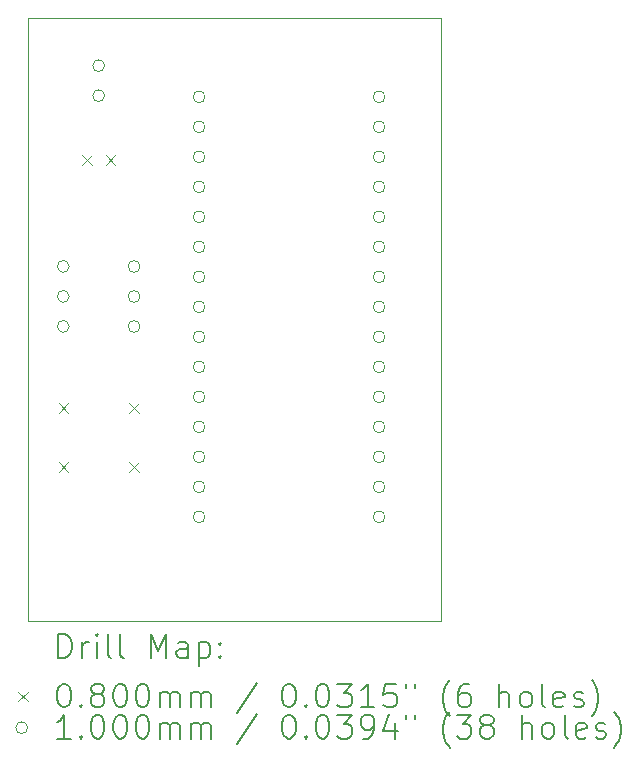
<source format=gbr>
%TF.GenerationSoftware,KiCad,Pcbnew,8.0.4*%
%TF.CreationDate,2024-10-22T19:26:34-07:00*%
%TF.ProjectId,Valve,56616c76-652e-46b6-9963-61645f706362,rev?*%
%TF.SameCoordinates,Original*%
%TF.FileFunction,Drillmap*%
%TF.FilePolarity,Positive*%
%FSLAX45Y45*%
G04 Gerber Fmt 4.5, Leading zero omitted, Abs format (unit mm)*
G04 Created by KiCad (PCBNEW 8.0.4) date 2024-10-22 19:26:34*
%MOMM*%
%LPD*%
G01*
G04 APERTURE LIST*
%ADD10C,0.038100*%
%ADD11C,0.200000*%
%ADD12C,0.100000*%
G04 APERTURE END LIST*
D10*
X12600000Y-7500000D02*
X16100000Y-7500000D01*
X12600000Y-12600000D02*
X12600000Y-7500000D01*
X16100000Y-12600000D02*
X12600000Y-12600000D01*
X16100000Y-7500000D02*
X16100000Y-12600000D01*
D11*
D12*
X12860000Y-10760000D02*
X12940000Y-10840000D01*
X12940000Y-10760000D02*
X12860000Y-10840000D01*
X12860000Y-11260000D02*
X12940000Y-11340000D01*
X12940000Y-11260000D02*
X12860000Y-11340000D01*
X13060000Y-8660000D02*
X13140000Y-8740000D01*
X13140000Y-8660000D02*
X13060000Y-8740000D01*
X13260000Y-8660000D02*
X13340000Y-8740000D01*
X13340000Y-8660000D02*
X13260000Y-8740000D01*
X13460000Y-10760000D02*
X13540000Y-10840000D01*
X13540000Y-10760000D02*
X13460000Y-10840000D01*
X13460000Y-11260000D02*
X13540000Y-11340000D01*
X13540000Y-11260000D02*
X13460000Y-11340000D01*
X12950000Y-9600000D02*
G75*
G02*
X12850000Y-9600000I-50000J0D01*
G01*
X12850000Y-9600000D02*
G75*
G02*
X12950000Y-9600000I50000J0D01*
G01*
X12950000Y-9854000D02*
G75*
G02*
X12850000Y-9854000I-50000J0D01*
G01*
X12850000Y-9854000D02*
G75*
G02*
X12950000Y-9854000I50000J0D01*
G01*
X12950000Y-10108000D02*
G75*
G02*
X12850000Y-10108000I-50000J0D01*
G01*
X12850000Y-10108000D02*
G75*
G02*
X12950000Y-10108000I50000J0D01*
G01*
X13250000Y-7900000D02*
G75*
G02*
X13150000Y-7900000I-50000J0D01*
G01*
X13150000Y-7900000D02*
G75*
G02*
X13250000Y-7900000I50000J0D01*
G01*
X13250000Y-8154000D02*
G75*
G02*
X13150000Y-8154000I-50000J0D01*
G01*
X13150000Y-8154000D02*
G75*
G02*
X13250000Y-8154000I50000J0D01*
G01*
X13550000Y-9600000D02*
G75*
G02*
X13450000Y-9600000I-50000J0D01*
G01*
X13450000Y-9600000D02*
G75*
G02*
X13550000Y-9600000I50000J0D01*
G01*
X13550000Y-9854000D02*
G75*
G02*
X13450000Y-9854000I-50000J0D01*
G01*
X13450000Y-9854000D02*
G75*
G02*
X13550000Y-9854000I50000J0D01*
G01*
X13550000Y-10108000D02*
G75*
G02*
X13450000Y-10108000I-50000J0D01*
G01*
X13450000Y-10108000D02*
G75*
G02*
X13550000Y-10108000I50000J0D01*
G01*
X14100000Y-8164000D02*
G75*
G02*
X14000000Y-8164000I-50000J0D01*
G01*
X14000000Y-8164000D02*
G75*
G02*
X14100000Y-8164000I50000J0D01*
G01*
X14100000Y-8418000D02*
G75*
G02*
X14000000Y-8418000I-50000J0D01*
G01*
X14000000Y-8418000D02*
G75*
G02*
X14100000Y-8418000I50000J0D01*
G01*
X14100000Y-8672000D02*
G75*
G02*
X14000000Y-8672000I-50000J0D01*
G01*
X14000000Y-8672000D02*
G75*
G02*
X14100000Y-8672000I50000J0D01*
G01*
X14100000Y-8926000D02*
G75*
G02*
X14000000Y-8926000I-50000J0D01*
G01*
X14000000Y-8926000D02*
G75*
G02*
X14100000Y-8926000I50000J0D01*
G01*
X14100000Y-9180000D02*
G75*
G02*
X14000000Y-9180000I-50000J0D01*
G01*
X14000000Y-9180000D02*
G75*
G02*
X14100000Y-9180000I50000J0D01*
G01*
X14100000Y-9434000D02*
G75*
G02*
X14000000Y-9434000I-50000J0D01*
G01*
X14000000Y-9434000D02*
G75*
G02*
X14100000Y-9434000I50000J0D01*
G01*
X14100000Y-9688000D02*
G75*
G02*
X14000000Y-9688000I-50000J0D01*
G01*
X14000000Y-9688000D02*
G75*
G02*
X14100000Y-9688000I50000J0D01*
G01*
X14100000Y-9942000D02*
G75*
G02*
X14000000Y-9942000I-50000J0D01*
G01*
X14000000Y-9942000D02*
G75*
G02*
X14100000Y-9942000I50000J0D01*
G01*
X14100000Y-10196000D02*
G75*
G02*
X14000000Y-10196000I-50000J0D01*
G01*
X14000000Y-10196000D02*
G75*
G02*
X14100000Y-10196000I50000J0D01*
G01*
X14100000Y-10450000D02*
G75*
G02*
X14000000Y-10450000I-50000J0D01*
G01*
X14000000Y-10450000D02*
G75*
G02*
X14100000Y-10450000I50000J0D01*
G01*
X14100000Y-10704000D02*
G75*
G02*
X14000000Y-10704000I-50000J0D01*
G01*
X14000000Y-10704000D02*
G75*
G02*
X14100000Y-10704000I50000J0D01*
G01*
X14100000Y-10958000D02*
G75*
G02*
X14000000Y-10958000I-50000J0D01*
G01*
X14000000Y-10958000D02*
G75*
G02*
X14100000Y-10958000I50000J0D01*
G01*
X14100000Y-11212000D02*
G75*
G02*
X14000000Y-11212000I-50000J0D01*
G01*
X14000000Y-11212000D02*
G75*
G02*
X14100000Y-11212000I50000J0D01*
G01*
X14100000Y-11466000D02*
G75*
G02*
X14000000Y-11466000I-50000J0D01*
G01*
X14000000Y-11466000D02*
G75*
G02*
X14100000Y-11466000I50000J0D01*
G01*
X14100000Y-11720000D02*
G75*
G02*
X14000000Y-11720000I-50000J0D01*
G01*
X14000000Y-11720000D02*
G75*
G02*
X14100000Y-11720000I50000J0D01*
G01*
X15624000Y-8164000D02*
G75*
G02*
X15524000Y-8164000I-50000J0D01*
G01*
X15524000Y-8164000D02*
G75*
G02*
X15624000Y-8164000I50000J0D01*
G01*
X15624000Y-8418000D02*
G75*
G02*
X15524000Y-8418000I-50000J0D01*
G01*
X15524000Y-8418000D02*
G75*
G02*
X15624000Y-8418000I50000J0D01*
G01*
X15624000Y-8672000D02*
G75*
G02*
X15524000Y-8672000I-50000J0D01*
G01*
X15524000Y-8672000D02*
G75*
G02*
X15624000Y-8672000I50000J0D01*
G01*
X15624000Y-8926000D02*
G75*
G02*
X15524000Y-8926000I-50000J0D01*
G01*
X15524000Y-8926000D02*
G75*
G02*
X15624000Y-8926000I50000J0D01*
G01*
X15624000Y-9180000D02*
G75*
G02*
X15524000Y-9180000I-50000J0D01*
G01*
X15524000Y-9180000D02*
G75*
G02*
X15624000Y-9180000I50000J0D01*
G01*
X15624000Y-9434000D02*
G75*
G02*
X15524000Y-9434000I-50000J0D01*
G01*
X15524000Y-9434000D02*
G75*
G02*
X15624000Y-9434000I50000J0D01*
G01*
X15624000Y-9688000D02*
G75*
G02*
X15524000Y-9688000I-50000J0D01*
G01*
X15524000Y-9688000D02*
G75*
G02*
X15624000Y-9688000I50000J0D01*
G01*
X15624000Y-9942000D02*
G75*
G02*
X15524000Y-9942000I-50000J0D01*
G01*
X15524000Y-9942000D02*
G75*
G02*
X15624000Y-9942000I50000J0D01*
G01*
X15624000Y-10196000D02*
G75*
G02*
X15524000Y-10196000I-50000J0D01*
G01*
X15524000Y-10196000D02*
G75*
G02*
X15624000Y-10196000I50000J0D01*
G01*
X15624000Y-10450000D02*
G75*
G02*
X15524000Y-10450000I-50000J0D01*
G01*
X15524000Y-10450000D02*
G75*
G02*
X15624000Y-10450000I50000J0D01*
G01*
X15624000Y-10704000D02*
G75*
G02*
X15524000Y-10704000I-50000J0D01*
G01*
X15524000Y-10704000D02*
G75*
G02*
X15624000Y-10704000I50000J0D01*
G01*
X15624000Y-10958000D02*
G75*
G02*
X15524000Y-10958000I-50000J0D01*
G01*
X15524000Y-10958000D02*
G75*
G02*
X15624000Y-10958000I50000J0D01*
G01*
X15624000Y-11212000D02*
G75*
G02*
X15524000Y-11212000I-50000J0D01*
G01*
X15524000Y-11212000D02*
G75*
G02*
X15624000Y-11212000I50000J0D01*
G01*
X15624000Y-11466000D02*
G75*
G02*
X15524000Y-11466000I-50000J0D01*
G01*
X15524000Y-11466000D02*
G75*
G02*
X15624000Y-11466000I50000J0D01*
G01*
X15624000Y-11720000D02*
G75*
G02*
X15524000Y-11720000I-50000J0D01*
G01*
X15524000Y-11720000D02*
G75*
G02*
X15624000Y-11720000I50000J0D01*
G01*
D11*
X12858872Y-12913389D02*
X12858872Y-12713389D01*
X12858872Y-12713389D02*
X12906491Y-12713389D01*
X12906491Y-12713389D02*
X12935062Y-12722913D01*
X12935062Y-12722913D02*
X12954110Y-12741960D01*
X12954110Y-12741960D02*
X12963634Y-12761008D01*
X12963634Y-12761008D02*
X12973157Y-12799103D01*
X12973157Y-12799103D02*
X12973157Y-12827674D01*
X12973157Y-12827674D02*
X12963634Y-12865770D01*
X12963634Y-12865770D02*
X12954110Y-12884817D01*
X12954110Y-12884817D02*
X12935062Y-12903865D01*
X12935062Y-12903865D02*
X12906491Y-12913389D01*
X12906491Y-12913389D02*
X12858872Y-12913389D01*
X13058872Y-12913389D02*
X13058872Y-12780055D01*
X13058872Y-12818151D02*
X13068396Y-12799103D01*
X13068396Y-12799103D02*
X13077919Y-12789579D01*
X13077919Y-12789579D02*
X13096967Y-12780055D01*
X13096967Y-12780055D02*
X13116015Y-12780055D01*
X13182681Y-12913389D02*
X13182681Y-12780055D01*
X13182681Y-12713389D02*
X13173157Y-12722913D01*
X13173157Y-12722913D02*
X13182681Y-12732436D01*
X13182681Y-12732436D02*
X13192205Y-12722913D01*
X13192205Y-12722913D02*
X13182681Y-12713389D01*
X13182681Y-12713389D02*
X13182681Y-12732436D01*
X13306491Y-12913389D02*
X13287443Y-12903865D01*
X13287443Y-12903865D02*
X13277919Y-12884817D01*
X13277919Y-12884817D02*
X13277919Y-12713389D01*
X13411253Y-12913389D02*
X13392205Y-12903865D01*
X13392205Y-12903865D02*
X13382681Y-12884817D01*
X13382681Y-12884817D02*
X13382681Y-12713389D01*
X13639824Y-12913389D02*
X13639824Y-12713389D01*
X13639824Y-12713389D02*
X13706491Y-12856246D01*
X13706491Y-12856246D02*
X13773157Y-12713389D01*
X13773157Y-12713389D02*
X13773157Y-12913389D01*
X13954110Y-12913389D02*
X13954110Y-12808627D01*
X13954110Y-12808627D02*
X13944586Y-12789579D01*
X13944586Y-12789579D02*
X13925538Y-12780055D01*
X13925538Y-12780055D02*
X13887443Y-12780055D01*
X13887443Y-12780055D02*
X13868396Y-12789579D01*
X13954110Y-12903865D02*
X13935062Y-12913389D01*
X13935062Y-12913389D02*
X13887443Y-12913389D01*
X13887443Y-12913389D02*
X13868396Y-12903865D01*
X13868396Y-12903865D02*
X13858872Y-12884817D01*
X13858872Y-12884817D02*
X13858872Y-12865770D01*
X13858872Y-12865770D02*
X13868396Y-12846722D01*
X13868396Y-12846722D02*
X13887443Y-12837198D01*
X13887443Y-12837198D02*
X13935062Y-12837198D01*
X13935062Y-12837198D02*
X13954110Y-12827674D01*
X14049348Y-12780055D02*
X14049348Y-12980055D01*
X14049348Y-12789579D02*
X14068396Y-12780055D01*
X14068396Y-12780055D02*
X14106491Y-12780055D01*
X14106491Y-12780055D02*
X14125538Y-12789579D01*
X14125538Y-12789579D02*
X14135062Y-12799103D01*
X14135062Y-12799103D02*
X14144586Y-12818151D01*
X14144586Y-12818151D02*
X14144586Y-12875293D01*
X14144586Y-12875293D02*
X14135062Y-12894341D01*
X14135062Y-12894341D02*
X14125538Y-12903865D01*
X14125538Y-12903865D02*
X14106491Y-12913389D01*
X14106491Y-12913389D02*
X14068396Y-12913389D01*
X14068396Y-12913389D02*
X14049348Y-12903865D01*
X14230300Y-12894341D02*
X14239824Y-12903865D01*
X14239824Y-12903865D02*
X14230300Y-12913389D01*
X14230300Y-12913389D02*
X14220777Y-12903865D01*
X14220777Y-12903865D02*
X14230300Y-12894341D01*
X14230300Y-12894341D02*
X14230300Y-12913389D01*
X14230300Y-12789579D02*
X14239824Y-12799103D01*
X14239824Y-12799103D02*
X14230300Y-12808627D01*
X14230300Y-12808627D02*
X14220777Y-12799103D01*
X14220777Y-12799103D02*
X14230300Y-12789579D01*
X14230300Y-12789579D02*
X14230300Y-12808627D01*
D12*
X12518095Y-13201905D02*
X12598095Y-13281905D01*
X12598095Y-13201905D02*
X12518095Y-13281905D01*
D11*
X12896967Y-13133389D02*
X12916015Y-13133389D01*
X12916015Y-13133389D02*
X12935062Y-13142913D01*
X12935062Y-13142913D02*
X12944586Y-13152436D01*
X12944586Y-13152436D02*
X12954110Y-13171484D01*
X12954110Y-13171484D02*
X12963634Y-13209579D01*
X12963634Y-13209579D02*
X12963634Y-13257198D01*
X12963634Y-13257198D02*
X12954110Y-13295293D01*
X12954110Y-13295293D02*
X12944586Y-13314341D01*
X12944586Y-13314341D02*
X12935062Y-13323865D01*
X12935062Y-13323865D02*
X12916015Y-13333389D01*
X12916015Y-13333389D02*
X12896967Y-13333389D01*
X12896967Y-13333389D02*
X12877919Y-13323865D01*
X12877919Y-13323865D02*
X12868396Y-13314341D01*
X12868396Y-13314341D02*
X12858872Y-13295293D01*
X12858872Y-13295293D02*
X12849348Y-13257198D01*
X12849348Y-13257198D02*
X12849348Y-13209579D01*
X12849348Y-13209579D02*
X12858872Y-13171484D01*
X12858872Y-13171484D02*
X12868396Y-13152436D01*
X12868396Y-13152436D02*
X12877919Y-13142913D01*
X12877919Y-13142913D02*
X12896967Y-13133389D01*
X13049348Y-13314341D02*
X13058872Y-13323865D01*
X13058872Y-13323865D02*
X13049348Y-13333389D01*
X13049348Y-13333389D02*
X13039824Y-13323865D01*
X13039824Y-13323865D02*
X13049348Y-13314341D01*
X13049348Y-13314341D02*
X13049348Y-13333389D01*
X13173157Y-13219103D02*
X13154110Y-13209579D01*
X13154110Y-13209579D02*
X13144586Y-13200055D01*
X13144586Y-13200055D02*
X13135062Y-13181008D01*
X13135062Y-13181008D02*
X13135062Y-13171484D01*
X13135062Y-13171484D02*
X13144586Y-13152436D01*
X13144586Y-13152436D02*
X13154110Y-13142913D01*
X13154110Y-13142913D02*
X13173157Y-13133389D01*
X13173157Y-13133389D02*
X13211253Y-13133389D01*
X13211253Y-13133389D02*
X13230300Y-13142913D01*
X13230300Y-13142913D02*
X13239824Y-13152436D01*
X13239824Y-13152436D02*
X13249348Y-13171484D01*
X13249348Y-13171484D02*
X13249348Y-13181008D01*
X13249348Y-13181008D02*
X13239824Y-13200055D01*
X13239824Y-13200055D02*
X13230300Y-13209579D01*
X13230300Y-13209579D02*
X13211253Y-13219103D01*
X13211253Y-13219103D02*
X13173157Y-13219103D01*
X13173157Y-13219103D02*
X13154110Y-13228627D01*
X13154110Y-13228627D02*
X13144586Y-13238151D01*
X13144586Y-13238151D02*
X13135062Y-13257198D01*
X13135062Y-13257198D02*
X13135062Y-13295293D01*
X13135062Y-13295293D02*
X13144586Y-13314341D01*
X13144586Y-13314341D02*
X13154110Y-13323865D01*
X13154110Y-13323865D02*
X13173157Y-13333389D01*
X13173157Y-13333389D02*
X13211253Y-13333389D01*
X13211253Y-13333389D02*
X13230300Y-13323865D01*
X13230300Y-13323865D02*
X13239824Y-13314341D01*
X13239824Y-13314341D02*
X13249348Y-13295293D01*
X13249348Y-13295293D02*
X13249348Y-13257198D01*
X13249348Y-13257198D02*
X13239824Y-13238151D01*
X13239824Y-13238151D02*
X13230300Y-13228627D01*
X13230300Y-13228627D02*
X13211253Y-13219103D01*
X13373157Y-13133389D02*
X13392205Y-13133389D01*
X13392205Y-13133389D02*
X13411253Y-13142913D01*
X13411253Y-13142913D02*
X13420777Y-13152436D01*
X13420777Y-13152436D02*
X13430300Y-13171484D01*
X13430300Y-13171484D02*
X13439824Y-13209579D01*
X13439824Y-13209579D02*
X13439824Y-13257198D01*
X13439824Y-13257198D02*
X13430300Y-13295293D01*
X13430300Y-13295293D02*
X13420777Y-13314341D01*
X13420777Y-13314341D02*
X13411253Y-13323865D01*
X13411253Y-13323865D02*
X13392205Y-13333389D01*
X13392205Y-13333389D02*
X13373157Y-13333389D01*
X13373157Y-13333389D02*
X13354110Y-13323865D01*
X13354110Y-13323865D02*
X13344586Y-13314341D01*
X13344586Y-13314341D02*
X13335062Y-13295293D01*
X13335062Y-13295293D02*
X13325538Y-13257198D01*
X13325538Y-13257198D02*
X13325538Y-13209579D01*
X13325538Y-13209579D02*
X13335062Y-13171484D01*
X13335062Y-13171484D02*
X13344586Y-13152436D01*
X13344586Y-13152436D02*
X13354110Y-13142913D01*
X13354110Y-13142913D02*
X13373157Y-13133389D01*
X13563634Y-13133389D02*
X13582681Y-13133389D01*
X13582681Y-13133389D02*
X13601729Y-13142913D01*
X13601729Y-13142913D02*
X13611253Y-13152436D01*
X13611253Y-13152436D02*
X13620777Y-13171484D01*
X13620777Y-13171484D02*
X13630300Y-13209579D01*
X13630300Y-13209579D02*
X13630300Y-13257198D01*
X13630300Y-13257198D02*
X13620777Y-13295293D01*
X13620777Y-13295293D02*
X13611253Y-13314341D01*
X13611253Y-13314341D02*
X13601729Y-13323865D01*
X13601729Y-13323865D02*
X13582681Y-13333389D01*
X13582681Y-13333389D02*
X13563634Y-13333389D01*
X13563634Y-13333389D02*
X13544586Y-13323865D01*
X13544586Y-13323865D02*
X13535062Y-13314341D01*
X13535062Y-13314341D02*
X13525538Y-13295293D01*
X13525538Y-13295293D02*
X13516015Y-13257198D01*
X13516015Y-13257198D02*
X13516015Y-13209579D01*
X13516015Y-13209579D02*
X13525538Y-13171484D01*
X13525538Y-13171484D02*
X13535062Y-13152436D01*
X13535062Y-13152436D02*
X13544586Y-13142913D01*
X13544586Y-13142913D02*
X13563634Y-13133389D01*
X13716015Y-13333389D02*
X13716015Y-13200055D01*
X13716015Y-13219103D02*
X13725538Y-13209579D01*
X13725538Y-13209579D02*
X13744586Y-13200055D01*
X13744586Y-13200055D02*
X13773158Y-13200055D01*
X13773158Y-13200055D02*
X13792205Y-13209579D01*
X13792205Y-13209579D02*
X13801729Y-13228627D01*
X13801729Y-13228627D02*
X13801729Y-13333389D01*
X13801729Y-13228627D02*
X13811253Y-13209579D01*
X13811253Y-13209579D02*
X13830300Y-13200055D01*
X13830300Y-13200055D02*
X13858872Y-13200055D01*
X13858872Y-13200055D02*
X13877919Y-13209579D01*
X13877919Y-13209579D02*
X13887443Y-13228627D01*
X13887443Y-13228627D02*
X13887443Y-13333389D01*
X13982681Y-13333389D02*
X13982681Y-13200055D01*
X13982681Y-13219103D02*
X13992205Y-13209579D01*
X13992205Y-13209579D02*
X14011253Y-13200055D01*
X14011253Y-13200055D02*
X14039824Y-13200055D01*
X14039824Y-13200055D02*
X14058872Y-13209579D01*
X14058872Y-13209579D02*
X14068396Y-13228627D01*
X14068396Y-13228627D02*
X14068396Y-13333389D01*
X14068396Y-13228627D02*
X14077919Y-13209579D01*
X14077919Y-13209579D02*
X14096967Y-13200055D01*
X14096967Y-13200055D02*
X14125538Y-13200055D01*
X14125538Y-13200055D02*
X14144586Y-13209579D01*
X14144586Y-13209579D02*
X14154110Y-13228627D01*
X14154110Y-13228627D02*
X14154110Y-13333389D01*
X14544586Y-13123865D02*
X14373158Y-13381008D01*
X14801729Y-13133389D02*
X14820777Y-13133389D01*
X14820777Y-13133389D02*
X14839824Y-13142913D01*
X14839824Y-13142913D02*
X14849348Y-13152436D01*
X14849348Y-13152436D02*
X14858872Y-13171484D01*
X14858872Y-13171484D02*
X14868396Y-13209579D01*
X14868396Y-13209579D02*
X14868396Y-13257198D01*
X14868396Y-13257198D02*
X14858872Y-13295293D01*
X14858872Y-13295293D02*
X14849348Y-13314341D01*
X14849348Y-13314341D02*
X14839824Y-13323865D01*
X14839824Y-13323865D02*
X14820777Y-13333389D01*
X14820777Y-13333389D02*
X14801729Y-13333389D01*
X14801729Y-13333389D02*
X14782681Y-13323865D01*
X14782681Y-13323865D02*
X14773158Y-13314341D01*
X14773158Y-13314341D02*
X14763634Y-13295293D01*
X14763634Y-13295293D02*
X14754110Y-13257198D01*
X14754110Y-13257198D02*
X14754110Y-13209579D01*
X14754110Y-13209579D02*
X14763634Y-13171484D01*
X14763634Y-13171484D02*
X14773158Y-13152436D01*
X14773158Y-13152436D02*
X14782681Y-13142913D01*
X14782681Y-13142913D02*
X14801729Y-13133389D01*
X14954110Y-13314341D02*
X14963634Y-13323865D01*
X14963634Y-13323865D02*
X14954110Y-13333389D01*
X14954110Y-13333389D02*
X14944586Y-13323865D01*
X14944586Y-13323865D02*
X14954110Y-13314341D01*
X14954110Y-13314341D02*
X14954110Y-13333389D01*
X15087443Y-13133389D02*
X15106491Y-13133389D01*
X15106491Y-13133389D02*
X15125539Y-13142913D01*
X15125539Y-13142913D02*
X15135062Y-13152436D01*
X15135062Y-13152436D02*
X15144586Y-13171484D01*
X15144586Y-13171484D02*
X15154110Y-13209579D01*
X15154110Y-13209579D02*
X15154110Y-13257198D01*
X15154110Y-13257198D02*
X15144586Y-13295293D01*
X15144586Y-13295293D02*
X15135062Y-13314341D01*
X15135062Y-13314341D02*
X15125539Y-13323865D01*
X15125539Y-13323865D02*
X15106491Y-13333389D01*
X15106491Y-13333389D02*
X15087443Y-13333389D01*
X15087443Y-13333389D02*
X15068396Y-13323865D01*
X15068396Y-13323865D02*
X15058872Y-13314341D01*
X15058872Y-13314341D02*
X15049348Y-13295293D01*
X15049348Y-13295293D02*
X15039824Y-13257198D01*
X15039824Y-13257198D02*
X15039824Y-13209579D01*
X15039824Y-13209579D02*
X15049348Y-13171484D01*
X15049348Y-13171484D02*
X15058872Y-13152436D01*
X15058872Y-13152436D02*
X15068396Y-13142913D01*
X15068396Y-13142913D02*
X15087443Y-13133389D01*
X15220777Y-13133389D02*
X15344586Y-13133389D01*
X15344586Y-13133389D02*
X15277920Y-13209579D01*
X15277920Y-13209579D02*
X15306491Y-13209579D01*
X15306491Y-13209579D02*
X15325539Y-13219103D01*
X15325539Y-13219103D02*
X15335062Y-13228627D01*
X15335062Y-13228627D02*
X15344586Y-13247674D01*
X15344586Y-13247674D02*
X15344586Y-13295293D01*
X15344586Y-13295293D02*
X15335062Y-13314341D01*
X15335062Y-13314341D02*
X15325539Y-13323865D01*
X15325539Y-13323865D02*
X15306491Y-13333389D01*
X15306491Y-13333389D02*
X15249348Y-13333389D01*
X15249348Y-13333389D02*
X15230301Y-13323865D01*
X15230301Y-13323865D02*
X15220777Y-13314341D01*
X15535062Y-13333389D02*
X15420777Y-13333389D01*
X15477920Y-13333389D02*
X15477920Y-13133389D01*
X15477920Y-13133389D02*
X15458872Y-13161960D01*
X15458872Y-13161960D02*
X15439824Y-13181008D01*
X15439824Y-13181008D02*
X15420777Y-13190532D01*
X15716015Y-13133389D02*
X15620777Y-13133389D01*
X15620777Y-13133389D02*
X15611253Y-13228627D01*
X15611253Y-13228627D02*
X15620777Y-13219103D01*
X15620777Y-13219103D02*
X15639824Y-13209579D01*
X15639824Y-13209579D02*
X15687443Y-13209579D01*
X15687443Y-13209579D02*
X15706491Y-13219103D01*
X15706491Y-13219103D02*
X15716015Y-13228627D01*
X15716015Y-13228627D02*
X15725539Y-13247674D01*
X15725539Y-13247674D02*
X15725539Y-13295293D01*
X15725539Y-13295293D02*
X15716015Y-13314341D01*
X15716015Y-13314341D02*
X15706491Y-13323865D01*
X15706491Y-13323865D02*
X15687443Y-13333389D01*
X15687443Y-13333389D02*
X15639824Y-13333389D01*
X15639824Y-13333389D02*
X15620777Y-13323865D01*
X15620777Y-13323865D02*
X15611253Y-13314341D01*
X15801729Y-13133389D02*
X15801729Y-13171484D01*
X15877920Y-13133389D02*
X15877920Y-13171484D01*
X16173158Y-13409579D02*
X16163634Y-13400055D01*
X16163634Y-13400055D02*
X16144586Y-13371484D01*
X16144586Y-13371484D02*
X16135063Y-13352436D01*
X16135063Y-13352436D02*
X16125539Y-13323865D01*
X16125539Y-13323865D02*
X16116015Y-13276246D01*
X16116015Y-13276246D02*
X16116015Y-13238151D01*
X16116015Y-13238151D02*
X16125539Y-13190532D01*
X16125539Y-13190532D02*
X16135063Y-13161960D01*
X16135063Y-13161960D02*
X16144586Y-13142913D01*
X16144586Y-13142913D02*
X16163634Y-13114341D01*
X16163634Y-13114341D02*
X16173158Y-13104817D01*
X16335063Y-13133389D02*
X16296967Y-13133389D01*
X16296967Y-13133389D02*
X16277920Y-13142913D01*
X16277920Y-13142913D02*
X16268396Y-13152436D01*
X16268396Y-13152436D02*
X16249348Y-13181008D01*
X16249348Y-13181008D02*
X16239824Y-13219103D01*
X16239824Y-13219103D02*
X16239824Y-13295293D01*
X16239824Y-13295293D02*
X16249348Y-13314341D01*
X16249348Y-13314341D02*
X16258872Y-13323865D01*
X16258872Y-13323865D02*
X16277920Y-13333389D01*
X16277920Y-13333389D02*
X16316015Y-13333389D01*
X16316015Y-13333389D02*
X16335063Y-13323865D01*
X16335063Y-13323865D02*
X16344586Y-13314341D01*
X16344586Y-13314341D02*
X16354110Y-13295293D01*
X16354110Y-13295293D02*
X16354110Y-13247674D01*
X16354110Y-13247674D02*
X16344586Y-13228627D01*
X16344586Y-13228627D02*
X16335063Y-13219103D01*
X16335063Y-13219103D02*
X16316015Y-13209579D01*
X16316015Y-13209579D02*
X16277920Y-13209579D01*
X16277920Y-13209579D02*
X16258872Y-13219103D01*
X16258872Y-13219103D02*
X16249348Y-13228627D01*
X16249348Y-13228627D02*
X16239824Y-13247674D01*
X16592205Y-13333389D02*
X16592205Y-13133389D01*
X16677920Y-13333389D02*
X16677920Y-13228627D01*
X16677920Y-13228627D02*
X16668396Y-13209579D01*
X16668396Y-13209579D02*
X16649348Y-13200055D01*
X16649348Y-13200055D02*
X16620777Y-13200055D01*
X16620777Y-13200055D02*
X16601729Y-13209579D01*
X16601729Y-13209579D02*
X16592205Y-13219103D01*
X16801729Y-13333389D02*
X16782682Y-13323865D01*
X16782682Y-13323865D02*
X16773158Y-13314341D01*
X16773158Y-13314341D02*
X16763634Y-13295293D01*
X16763634Y-13295293D02*
X16763634Y-13238151D01*
X16763634Y-13238151D02*
X16773158Y-13219103D01*
X16773158Y-13219103D02*
X16782682Y-13209579D01*
X16782682Y-13209579D02*
X16801729Y-13200055D01*
X16801729Y-13200055D02*
X16830301Y-13200055D01*
X16830301Y-13200055D02*
X16849348Y-13209579D01*
X16849348Y-13209579D02*
X16858872Y-13219103D01*
X16858872Y-13219103D02*
X16868396Y-13238151D01*
X16868396Y-13238151D02*
X16868396Y-13295293D01*
X16868396Y-13295293D02*
X16858872Y-13314341D01*
X16858872Y-13314341D02*
X16849348Y-13323865D01*
X16849348Y-13323865D02*
X16830301Y-13333389D01*
X16830301Y-13333389D02*
X16801729Y-13333389D01*
X16982682Y-13333389D02*
X16963634Y-13323865D01*
X16963634Y-13323865D02*
X16954110Y-13304817D01*
X16954110Y-13304817D02*
X16954110Y-13133389D01*
X17135063Y-13323865D02*
X17116015Y-13333389D01*
X17116015Y-13333389D02*
X17077920Y-13333389D01*
X17077920Y-13333389D02*
X17058872Y-13323865D01*
X17058872Y-13323865D02*
X17049348Y-13304817D01*
X17049348Y-13304817D02*
X17049348Y-13228627D01*
X17049348Y-13228627D02*
X17058872Y-13209579D01*
X17058872Y-13209579D02*
X17077920Y-13200055D01*
X17077920Y-13200055D02*
X17116015Y-13200055D01*
X17116015Y-13200055D02*
X17135063Y-13209579D01*
X17135063Y-13209579D02*
X17144587Y-13228627D01*
X17144587Y-13228627D02*
X17144587Y-13247674D01*
X17144587Y-13247674D02*
X17049348Y-13266722D01*
X17220777Y-13323865D02*
X17239825Y-13333389D01*
X17239825Y-13333389D02*
X17277920Y-13333389D01*
X17277920Y-13333389D02*
X17296968Y-13323865D01*
X17296968Y-13323865D02*
X17306491Y-13304817D01*
X17306491Y-13304817D02*
X17306491Y-13295293D01*
X17306491Y-13295293D02*
X17296968Y-13276246D01*
X17296968Y-13276246D02*
X17277920Y-13266722D01*
X17277920Y-13266722D02*
X17249348Y-13266722D01*
X17249348Y-13266722D02*
X17230301Y-13257198D01*
X17230301Y-13257198D02*
X17220777Y-13238151D01*
X17220777Y-13238151D02*
X17220777Y-13228627D01*
X17220777Y-13228627D02*
X17230301Y-13209579D01*
X17230301Y-13209579D02*
X17249348Y-13200055D01*
X17249348Y-13200055D02*
X17277920Y-13200055D01*
X17277920Y-13200055D02*
X17296968Y-13209579D01*
X17373158Y-13409579D02*
X17382682Y-13400055D01*
X17382682Y-13400055D02*
X17401729Y-13371484D01*
X17401729Y-13371484D02*
X17411253Y-13352436D01*
X17411253Y-13352436D02*
X17420777Y-13323865D01*
X17420777Y-13323865D02*
X17430301Y-13276246D01*
X17430301Y-13276246D02*
X17430301Y-13238151D01*
X17430301Y-13238151D02*
X17420777Y-13190532D01*
X17420777Y-13190532D02*
X17411253Y-13161960D01*
X17411253Y-13161960D02*
X17401729Y-13142913D01*
X17401729Y-13142913D02*
X17382682Y-13114341D01*
X17382682Y-13114341D02*
X17373158Y-13104817D01*
D12*
X12598095Y-13505905D02*
G75*
G02*
X12498095Y-13505905I-50000J0D01*
G01*
X12498095Y-13505905D02*
G75*
G02*
X12598095Y-13505905I50000J0D01*
G01*
D11*
X12963634Y-13597389D02*
X12849348Y-13597389D01*
X12906491Y-13597389D02*
X12906491Y-13397389D01*
X12906491Y-13397389D02*
X12887443Y-13425960D01*
X12887443Y-13425960D02*
X12868396Y-13445008D01*
X12868396Y-13445008D02*
X12849348Y-13454532D01*
X13049348Y-13578341D02*
X13058872Y-13587865D01*
X13058872Y-13587865D02*
X13049348Y-13597389D01*
X13049348Y-13597389D02*
X13039824Y-13587865D01*
X13039824Y-13587865D02*
X13049348Y-13578341D01*
X13049348Y-13578341D02*
X13049348Y-13597389D01*
X13182681Y-13397389D02*
X13201729Y-13397389D01*
X13201729Y-13397389D02*
X13220777Y-13406913D01*
X13220777Y-13406913D02*
X13230300Y-13416436D01*
X13230300Y-13416436D02*
X13239824Y-13435484D01*
X13239824Y-13435484D02*
X13249348Y-13473579D01*
X13249348Y-13473579D02*
X13249348Y-13521198D01*
X13249348Y-13521198D02*
X13239824Y-13559293D01*
X13239824Y-13559293D02*
X13230300Y-13578341D01*
X13230300Y-13578341D02*
X13220777Y-13587865D01*
X13220777Y-13587865D02*
X13201729Y-13597389D01*
X13201729Y-13597389D02*
X13182681Y-13597389D01*
X13182681Y-13597389D02*
X13163634Y-13587865D01*
X13163634Y-13587865D02*
X13154110Y-13578341D01*
X13154110Y-13578341D02*
X13144586Y-13559293D01*
X13144586Y-13559293D02*
X13135062Y-13521198D01*
X13135062Y-13521198D02*
X13135062Y-13473579D01*
X13135062Y-13473579D02*
X13144586Y-13435484D01*
X13144586Y-13435484D02*
X13154110Y-13416436D01*
X13154110Y-13416436D02*
X13163634Y-13406913D01*
X13163634Y-13406913D02*
X13182681Y-13397389D01*
X13373157Y-13397389D02*
X13392205Y-13397389D01*
X13392205Y-13397389D02*
X13411253Y-13406913D01*
X13411253Y-13406913D02*
X13420777Y-13416436D01*
X13420777Y-13416436D02*
X13430300Y-13435484D01*
X13430300Y-13435484D02*
X13439824Y-13473579D01*
X13439824Y-13473579D02*
X13439824Y-13521198D01*
X13439824Y-13521198D02*
X13430300Y-13559293D01*
X13430300Y-13559293D02*
X13420777Y-13578341D01*
X13420777Y-13578341D02*
X13411253Y-13587865D01*
X13411253Y-13587865D02*
X13392205Y-13597389D01*
X13392205Y-13597389D02*
X13373157Y-13597389D01*
X13373157Y-13597389D02*
X13354110Y-13587865D01*
X13354110Y-13587865D02*
X13344586Y-13578341D01*
X13344586Y-13578341D02*
X13335062Y-13559293D01*
X13335062Y-13559293D02*
X13325538Y-13521198D01*
X13325538Y-13521198D02*
X13325538Y-13473579D01*
X13325538Y-13473579D02*
X13335062Y-13435484D01*
X13335062Y-13435484D02*
X13344586Y-13416436D01*
X13344586Y-13416436D02*
X13354110Y-13406913D01*
X13354110Y-13406913D02*
X13373157Y-13397389D01*
X13563634Y-13397389D02*
X13582681Y-13397389D01*
X13582681Y-13397389D02*
X13601729Y-13406913D01*
X13601729Y-13406913D02*
X13611253Y-13416436D01*
X13611253Y-13416436D02*
X13620777Y-13435484D01*
X13620777Y-13435484D02*
X13630300Y-13473579D01*
X13630300Y-13473579D02*
X13630300Y-13521198D01*
X13630300Y-13521198D02*
X13620777Y-13559293D01*
X13620777Y-13559293D02*
X13611253Y-13578341D01*
X13611253Y-13578341D02*
X13601729Y-13587865D01*
X13601729Y-13587865D02*
X13582681Y-13597389D01*
X13582681Y-13597389D02*
X13563634Y-13597389D01*
X13563634Y-13597389D02*
X13544586Y-13587865D01*
X13544586Y-13587865D02*
X13535062Y-13578341D01*
X13535062Y-13578341D02*
X13525538Y-13559293D01*
X13525538Y-13559293D02*
X13516015Y-13521198D01*
X13516015Y-13521198D02*
X13516015Y-13473579D01*
X13516015Y-13473579D02*
X13525538Y-13435484D01*
X13525538Y-13435484D02*
X13535062Y-13416436D01*
X13535062Y-13416436D02*
X13544586Y-13406913D01*
X13544586Y-13406913D02*
X13563634Y-13397389D01*
X13716015Y-13597389D02*
X13716015Y-13464055D01*
X13716015Y-13483103D02*
X13725538Y-13473579D01*
X13725538Y-13473579D02*
X13744586Y-13464055D01*
X13744586Y-13464055D02*
X13773158Y-13464055D01*
X13773158Y-13464055D02*
X13792205Y-13473579D01*
X13792205Y-13473579D02*
X13801729Y-13492627D01*
X13801729Y-13492627D02*
X13801729Y-13597389D01*
X13801729Y-13492627D02*
X13811253Y-13473579D01*
X13811253Y-13473579D02*
X13830300Y-13464055D01*
X13830300Y-13464055D02*
X13858872Y-13464055D01*
X13858872Y-13464055D02*
X13877919Y-13473579D01*
X13877919Y-13473579D02*
X13887443Y-13492627D01*
X13887443Y-13492627D02*
X13887443Y-13597389D01*
X13982681Y-13597389D02*
X13982681Y-13464055D01*
X13982681Y-13483103D02*
X13992205Y-13473579D01*
X13992205Y-13473579D02*
X14011253Y-13464055D01*
X14011253Y-13464055D02*
X14039824Y-13464055D01*
X14039824Y-13464055D02*
X14058872Y-13473579D01*
X14058872Y-13473579D02*
X14068396Y-13492627D01*
X14068396Y-13492627D02*
X14068396Y-13597389D01*
X14068396Y-13492627D02*
X14077919Y-13473579D01*
X14077919Y-13473579D02*
X14096967Y-13464055D01*
X14096967Y-13464055D02*
X14125538Y-13464055D01*
X14125538Y-13464055D02*
X14144586Y-13473579D01*
X14144586Y-13473579D02*
X14154110Y-13492627D01*
X14154110Y-13492627D02*
X14154110Y-13597389D01*
X14544586Y-13387865D02*
X14373158Y-13645008D01*
X14801729Y-13397389D02*
X14820777Y-13397389D01*
X14820777Y-13397389D02*
X14839824Y-13406913D01*
X14839824Y-13406913D02*
X14849348Y-13416436D01*
X14849348Y-13416436D02*
X14858872Y-13435484D01*
X14858872Y-13435484D02*
X14868396Y-13473579D01*
X14868396Y-13473579D02*
X14868396Y-13521198D01*
X14868396Y-13521198D02*
X14858872Y-13559293D01*
X14858872Y-13559293D02*
X14849348Y-13578341D01*
X14849348Y-13578341D02*
X14839824Y-13587865D01*
X14839824Y-13587865D02*
X14820777Y-13597389D01*
X14820777Y-13597389D02*
X14801729Y-13597389D01*
X14801729Y-13597389D02*
X14782681Y-13587865D01*
X14782681Y-13587865D02*
X14773158Y-13578341D01*
X14773158Y-13578341D02*
X14763634Y-13559293D01*
X14763634Y-13559293D02*
X14754110Y-13521198D01*
X14754110Y-13521198D02*
X14754110Y-13473579D01*
X14754110Y-13473579D02*
X14763634Y-13435484D01*
X14763634Y-13435484D02*
X14773158Y-13416436D01*
X14773158Y-13416436D02*
X14782681Y-13406913D01*
X14782681Y-13406913D02*
X14801729Y-13397389D01*
X14954110Y-13578341D02*
X14963634Y-13587865D01*
X14963634Y-13587865D02*
X14954110Y-13597389D01*
X14954110Y-13597389D02*
X14944586Y-13587865D01*
X14944586Y-13587865D02*
X14954110Y-13578341D01*
X14954110Y-13578341D02*
X14954110Y-13597389D01*
X15087443Y-13397389D02*
X15106491Y-13397389D01*
X15106491Y-13397389D02*
X15125539Y-13406913D01*
X15125539Y-13406913D02*
X15135062Y-13416436D01*
X15135062Y-13416436D02*
X15144586Y-13435484D01*
X15144586Y-13435484D02*
X15154110Y-13473579D01*
X15154110Y-13473579D02*
X15154110Y-13521198D01*
X15154110Y-13521198D02*
X15144586Y-13559293D01*
X15144586Y-13559293D02*
X15135062Y-13578341D01*
X15135062Y-13578341D02*
X15125539Y-13587865D01*
X15125539Y-13587865D02*
X15106491Y-13597389D01*
X15106491Y-13597389D02*
X15087443Y-13597389D01*
X15087443Y-13597389D02*
X15068396Y-13587865D01*
X15068396Y-13587865D02*
X15058872Y-13578341D01*
X15058872Y-13578341D02*
X15049348Y-13559293D01*
X15049348Y-13559293D02*
X15039824Y-13521198D01*
X15039824Y-13521198D02*
X15039824Y-13473579D01*
X15039824Y-13473579D02*
X15049348Y-13435484D01*
X15049348Y-13435484D02*
X15058872Y-13416436D01*
X15058872Y-13416436D02*
X15068396Y-13406913D01*
X15068396Y-13406913D02*
X15087443Y-13397389D01*
X15220777Y-13397389D02*
X15344586Y-13397389D01*
X15344586Y-13397389D02*
X15277920Y-13473579D01*
X15277920Y-13473579D02*
X15306491Y-13473579D01*
X15306491Y-13473579D02*
X15325539Y-13483103D01*
X15325539Y-13483103D02*
X15335062Y-13492627D01*
X15335062Y-13492627D02*
X15344586Y-13511674D01*
X15344586Y-13511674D02*
X15344586Y-13559293D01*
X15344586Y-13559293D02*
X15335062Y-13578341D01*
X15335062Y-13578341D02*
X15325539Y-13587865D01*
X15325539Y-13587865D02*
X15306491Y-13597389D01*
X15306491Y-13597389D02*
X15249348Y-13597389D01*
X15249348Y-13597389D02*
X15230301Y-13587865D01*
X15230301Y-13587865D02*
X15220777Y-13578341D01*
X15439824Y-13597389D02*
X15477920Y-13597389D01*
X15477920Y-13597389D02*
X15496967Y-13587865D01*
X15496967Y-13587865D02*
X15506491Y-13578341D01*
X15506491Y-13578341D02*
X15525539Y-13549770D01*
X15525539Y-13549770D02*
X15535062Y-13511674D01*
X15535062Y-13511674D02*
X15535062Y-13435484D01*
X15535062Y-13435484D02*
X15525539Y-13416436D01*
X15525539Y-13416436D02*
X15516015Y-13406913D01*
X15516015Y-13406913D02*
X15496967Y-13397389D01*
X15496967Y-13397389D02*
X15458872Y-13397389D01*
X15458872Y-13397389D02*
X15439824Y-13406913D01*
X15439824Y-13406913D02*
X15430301Y-13416436D01*
X15430301Y-13416436D02*
X15420777Y-13435484D01*
X15420777Y-13435484D02*
X15420777Y-13483103D01*
X15420777Y-13483103D02*
X15430301Y-13502151D01*
X15430301Y-13502151D02*
X15439824Y-13511674D01*
X15439824Y-13511674D02*
X15458872Y-13521198D01*
X15458872Y-13521198D02*
X15496967Y-13521198D01*
X15496967Y-13521198D02*
X15516015Y-13511674D01*
X15516015Y-13511674D02*
X15525539Y-13502151D01*
X15525539Y-13502151D02*
X15535062Y-13483103D01*
X15706491Y-13464055D02*
X15706491Y-13597389D01*
X15658872Y-13387865D02*
X15611253Y-13530722D01*
X15611253Y-13530722D02*
X15735062Y-13530722D01*
X15801729Y-13397389D02*
X15801729Y-13435484D01*
X15877920Y-13397389D02*
X15877920Y-13435484D01*
X16173158Y-13673579D02*
X16163634Y-13664055D01*
X16163634Y-13664055D02*
X16144586Y-13635484D01*
X16144586Y-13635484D02*
X16135063Y-13616436D01*
X16135063Y-13616436D02*
X16125539Y-13587865D01*
X16125539Y-13587865D02*
X16116015Y-13540246D01*
X16116015Y-13540246D02*
X16116015Y-13502151D01*
X16116015Y-13502151D02*
X16125539Y-13454532D01*
X16125539Y-13454532D02*
X16135063Y-13425960D01*
X16135063Y-13425960D02*
X16144586Y-13406913D01*
X16144586Y-13406913D02*
X16163634Y-13378341D01*
X16163634Y-13378341D02*
X16173158Y-13368817D01*
X16230301Y-13397389D02*
X16354110Y-13397389D01*
X16354110Y-13397389D02*
X16287443Y-13473579D01*
X16287443Y-13473579D02*
X16316015Y-13473579D01*
X16316015Y-13473579D02*
X16335063Y-13483103D01*
X16335063Y-13483103D02*
X16344586Y-13492627D01*
X16344586Y-13492627D02*
X16354110Y-13511674D01*
X16354110Y-13511674D02*
X16354110Y-13559293D01*
X16354110Y-13559293D02*
X16344586Y-13578341D01*
X16344586Y-13578341D02*
X16335063Y-13587865D01*
X16335063Y-13587865D02*
X16316015Y-13597389D01*
X16316015Y-13597389D02*
X16258872Y-13597389D01*
X16258872Y-13597389D02*
X16239824Y-13587865D01*
X16239824Y-13587865D02*
X16230301Y-13578341D01*
X16468396Y-13483103D02*
X16449348Y-13473579D01*
X16449348Y-13473579D02*
X16439824Y-13464055D01*
X16439824Y-13464055D02*
X16430301Y-13445008D01*
X16430301Y-13445008D02*
X16430301Y-13435484D01*
X16430301Y-13435484D02*
X16439824Y-13416436D01*
X16439824Y-13416436D02*
X16449348Y-13406913D01*
X16449348Y-13406913D02*
X16468396Y-13397389D01*
X16468396Y-13397389D02*
X16506491Y-13397389D01*
X16506491Y-13397389D02*
X16525539Y-13406913D01*
X16525539Y-13406913D02*
X16535063Y-13416436D01*
X16535063Y-13416436D02*
X16544586Y-13435484D01*
X16544586Y-13435484D02*
X16544586Y-13445008D01*
X16544586Y-13445008D02*
X16535063Y-13464055D01*
X16535063Y-13464055D02*
X16525539Y-13473579D01*
X16525539Y-13473579D02*
X16506491Y-13483103D01*
X16506491Y-13483103D02*
X16468396Y-13483103D01*
X16468396Y-13483103D02*
X16449348Y-13492627D01*
X16449348Y-13492627D02*
X16439824Y-13502151D01*
X16439824Y-13502151D02*
X16430301Y-13521198D01*
X16430301Y-13521198D02*
X16430301Y-13559293D01*
X16430301Y-13559293D02*
X16439824Y-13578341D01*
X16439824Y-13578341D02*
X16449348Y-13587865D01*
X16449348Y-13587865D02*
X16468396Y-13597389D01*
X16468396Y-13597389D02*
X16506491Y-13597389D01*
X16506491Y-13597389D02*
X16525539Y-13587865D01*
X16525539Y-13587865D02*
X16535063Y-13578341D01*
X16535063Y-13578341D02*
X16544586Y-13559293D01*
X16544586Y-13559293D02*
X16544586Y-13521198D01*
X16544586Y-13521198D02*
X16535063Y-13502151D01*
X16535063Y-13502151D02*
X16525539Y-13492627D01*
X16525539Y-13492627D02*
X16506491Y-13483103D01*
X16782682Y-13597389D02*
X16782682Y-13397389D01*
X16868396Y-13597389D02*
X16868396Y-13492627D01*
X16868396Y-13492627D02*
X16858872Y-13473579D01*
X16858872Y-13473579D02*
X16839825Y-13464055D01*
X16839825Y-13464055D02*
X16811253Y-13464055D01*
X16811253Y-13464055D02*
X16792206Y-13473579D01*
X16792206Y-13473579D02*
X16782682Y-13483103D01*
X16992206Y-13597389D02*
X16973158Y-13587865D01*
X16973158Y-13587865D02*
X16963634Y-13578341D01*
X16963634Y-13578341D02*
X16954110Y-13559293D01*
X16954110Y-13559293D02*
X16954110Y-13502151D01*
X16954110Y-13502151D02*
X16963634Y-13483103D01*
X16963634Y-13483103D02*
X16973158Y-13473579D01*
X16973158Y-13473579D02*
X16992206Y-13464055D01*
X16992206Y-13464055D02*
X17020777Y-13464055D01*
X17020777Y-13464055D02*
X17039825Y-13473579D01*
X17039825Y-13473579D02*
X17049348Y-13483103D01*
X17049348Y-13483103D02*
X17058872Y-13502151D01*
X17058872Y-13502151D02*
X17058872Y-13559293D01*
X17058872Y-13559293D02*
X17049348Y-13578341D01*
X17049348Y-13578341D02*
X17039825Y-13587865D01*
X17039825Y-13587865D02*
X17020777Y-13597389D01*
X17020777Y-13597389D02*
X16992206Y-13597389D01*
X17173158Y-13597389D02*
X17154110Y-13587865D01*
X17154110Y-13587865D02*
X17144587Y-13568817D01*
X17144587Y-13568817D02*
X17144587Y-13397389D01*
X17325539Y-13587865D02*
X17306491Y-13597389D01*
X17306491Y-13597389D02*
X17268396Y-13597389D01*
X17268396Y-13597389D02*
X17249348Y-13587865D01*
X17249348Y-13587865D02*
X17239825Y-13568817D01*
X17239825Y-13568817D02*
X17239825Y-13492627D01*
X17239825Y-13492627D02*
X17249348Y-13473579D01*
X17249348Y-13473579D02*
X17268396Y-13464055D01*
X17268396Y-13464055D02*
X17306491Y-13464055D01*
X17306491Y-13464055D02*
X17325539Y-13473579D01*
X17325539Y-13473579D02*
X17335063Y-13492627D01*
X17335063Y-13492627D02*
X17335063Y-13511674D01*
X17335063Y-13511674D02*
X17239825Y-13530722D01*
X17411253Y-13587865D02*
X17430301Y-13597389D01*
X17430301Y-13597389D02*
X17468396Y-13597389D01*
X17468396Y-13597389D02*
X17487444Y-13587865D01*
X17487444Y-13587865D02*
X17496968Y-13568817D01*
X17496968Y-13568817D02*
X17496968Y-13559293D01*
X17496968Y-13559293D02*
X17487444Y-13540246D01*
X17487444Y-13540246D02*
X17468396Y-13530722D01*
X17468396Y-13530722D02*
X17439825Y-13530722D01*
X17439825Y-13530722D02*
X17420777Y-13521198D01*
X17420777Y-13521198D02*
X17411253Y-13502151D01*
X17411253Y-13502151D02*
X17411253Y-13492627D01*
X17411253Y-13492627D02*
X17420777Y-13473579D01*
X17420777Y-13473579D02*
X17439825Y-13464055D01*
X17439825Y-13464055D02*
X17468396Y-13464055D01*
X17468396Y-13464055D02*
X17487444Y-13473579D01*
X17563634Y-13673579D02*
X17573158Y-13664055D01*
X17573158Y-13664055D02*
X17592206Y-13635484D01*
X17592206Y-13635484D02*
X17601729Y-13616436D01*
X17601729Y-13616436D02*
X17611253Y-13587865D01*
X17611253Y-13587865D02*
X17620777Y-13540246D01*
X17620777Y-13540246D02*
X17620777Y-13502151D01*
X17620777Y-13502151D02*
X17611253Y-13454532D01*
X17611253Y-13454532D02*
X17601729Y-13425960D01*
X17601729Y-13425960D02*
X17592206Y-13406913D01*
X17592206Y-13406913D02*
X17573158Y-13378341D01*
X17573158Y-13378341D02*
X17563634Y-13368817D01*
M02*

</source>
